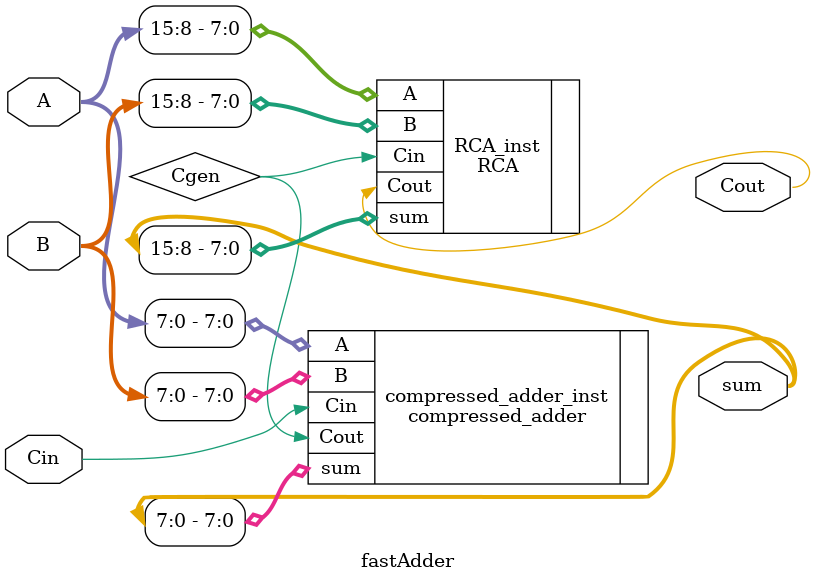
<source format=v>
`timescale 1ns / 1ps
module fastAdder #(parameter L=16,M=8)(
        input [L-1:0] A,B,
        input Cin,
        output [L-1:0] sum,
        output Cout
        );
        
        localparam K=L-M;
        wire Cgen;
        
        (*RLOC_ORIGIN = "X0Y16", KEEP_HIERARCHY="yes"*)RCA #(.M(M)) RCA_inst(.A(A[L-1:K]), .B(B[L-1:K]), .Cin(Cgen), .sum(sum[L-1:K]), .Cout(Cout));
        (*RLOC_ORIGIN = "X0Y12", KEEP_HIERARCHY="yes"*)compressed_adder #(.K(K)) compressed_adder_inst(.A(A[K-1:0]), .B(B[K-1:0]), .Cin(Cin), .sum(sum[K-1:0]), .Cout(Cgen));
        
endmodule
</source>
